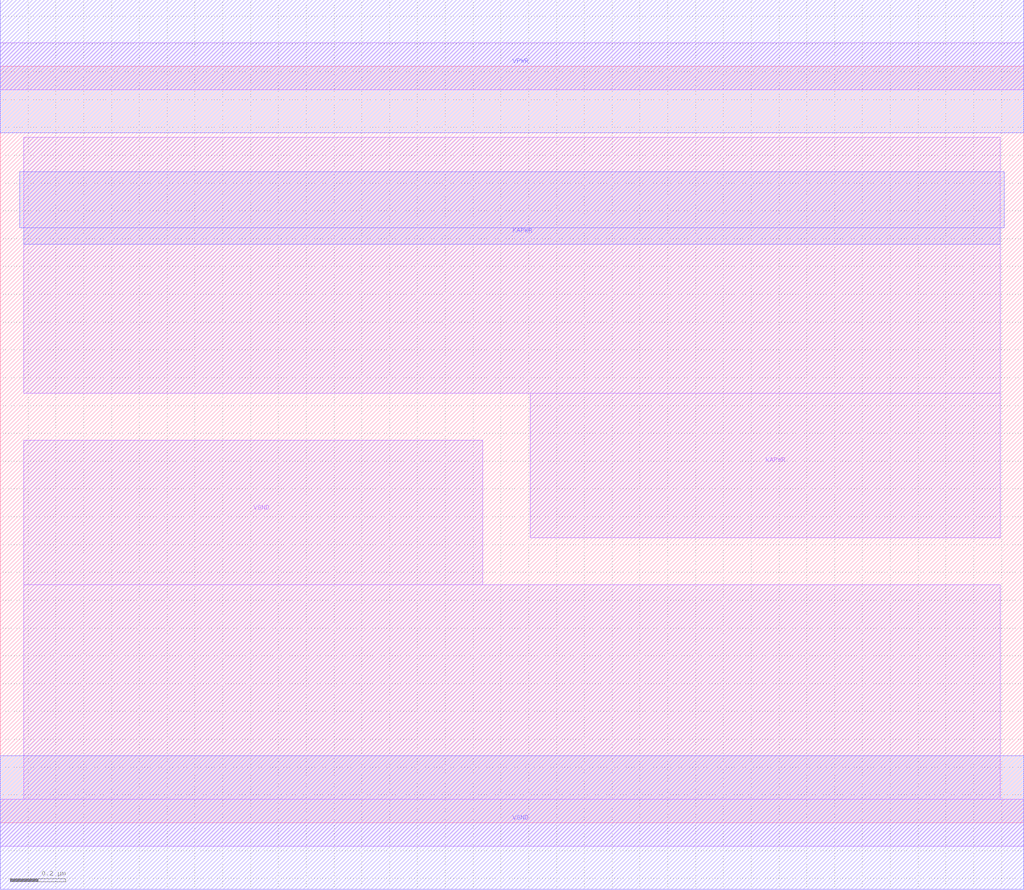
<source format=lef>
# Copyright 2020 The SkyWater PDK Authors
#
# Licensed under the Apache License, Version 2.0 (the "License");
# you may not use this file except in compliance with the License.
# You may obtain a copy of the License at
#
#     https://www.apache.org/licenses/LICENSE-2.0
#
# Unless required by applicable law or agreed to in writing, software
# distributed under the License is distributed on an "AS IS" BASIS,
# WITHOUT WARRANTIES OR CONDITIONS OF ANY KIND, either express or implied.
# See the License for the specific language governing permissions and
# limitations under the License.
#
# SPDX-License-Identifier: Apache-2.0

VERSION 5.5 ;
NAMESCASESENSITIVE ON ;
BUSBITCHARS "[]" ;
DIVIDERCHAR "/" ;
MACRO sky130_fd_sc_hd__lpflow_decapkapwr_8
  CLASS CORE ;
  SOURCE USER ;
  ORIGIN  0.000000  0.000000 ;
  SIZE  3.680000 BY  2.720000 ;
  SYMMETRY X Y R90 ;
  SITE unithd ;
  PIN KAPWR
    DIRECTION INOUT ;
    SHAPE ABUTMENT ;
    USE POWER ;
    PORT
      LAYER li1 ;
        RECT 0.085000 1.545000 3.595000 2.465000 ;
        RECT 1.905000 1.025000 3.595000 1.545000 ;
    END
    PORT
      LAYER met1 ;
        RECT 0.070000 2.140000 3.610000 2.340000 ;
        RECT 0.085000 2.080000 3.595000 2.140000 ;
    END
  END KAPWR
  PIN VGND
    DIRECTION INOUT ;
    SHAPE ABUTMENT ;
    USE GROUND ;
    PORT
      LAYER li1 ;
        RECT 0.000000 -0.085000 3.680000 0.085000 ;
        RECT 0.085000  0.085000 3.595000 0.855000 ;
        RECT 0.085000  0.855000 1.735000 1.375000 ;
    END
    PORT
      LAYER met1 ;
        RECT 0.000000 -0.240000 3.680000 0.240000 ;
    END
  END VGND
  PIN VPWR
    DIRECTION INOUT ;
    SHAPE ABUTMENT ;
    USE POWER ;
    PORT
      LAYER li1 ;
        RECT 0.000000 2.635000 3.680000 2.805000 ;
    END
    PORT
      LAYER met1 ;
        RECT 0.000000 2.480000 3.680000 2.960000 ;
    END
  END VPWR
  OBS
  END
END sky130_fd_sc_hd__lpflow_decapkapwr_8
END LIBRARY

</source>
